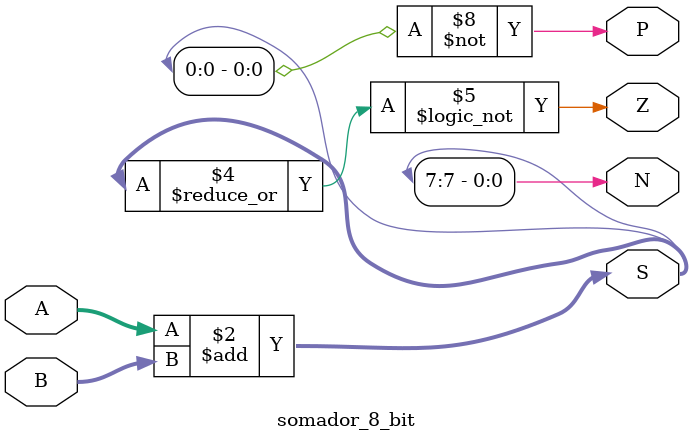
<source format=sv>
parameter L = 8; // Numero de bits
module somador_8_bit(
  input logic signed [L-1:0] A,B, // Variaveis de entrada de L bits com sinal
  output logic signed [L-1:0] S, // Variaveis de saida de L bits com sinal
  output logic Z,N,P); // Variaveis de saida de 1 bit: (Z)ero, (N)egativo, (P)ositivo
  always_comb S <= A+B; // Atribui a soma A+B para S
  always_comb Z <= ~|S; // Nega um 'and' de L bits, true apenas se S==0
  always_comb N <= S[L-1]; // Ultimo bit: indica o sinal
  always_comb P <= ~S[0]; // Inverso do Primeiro bit: indica paridade
endmodule
</source>
